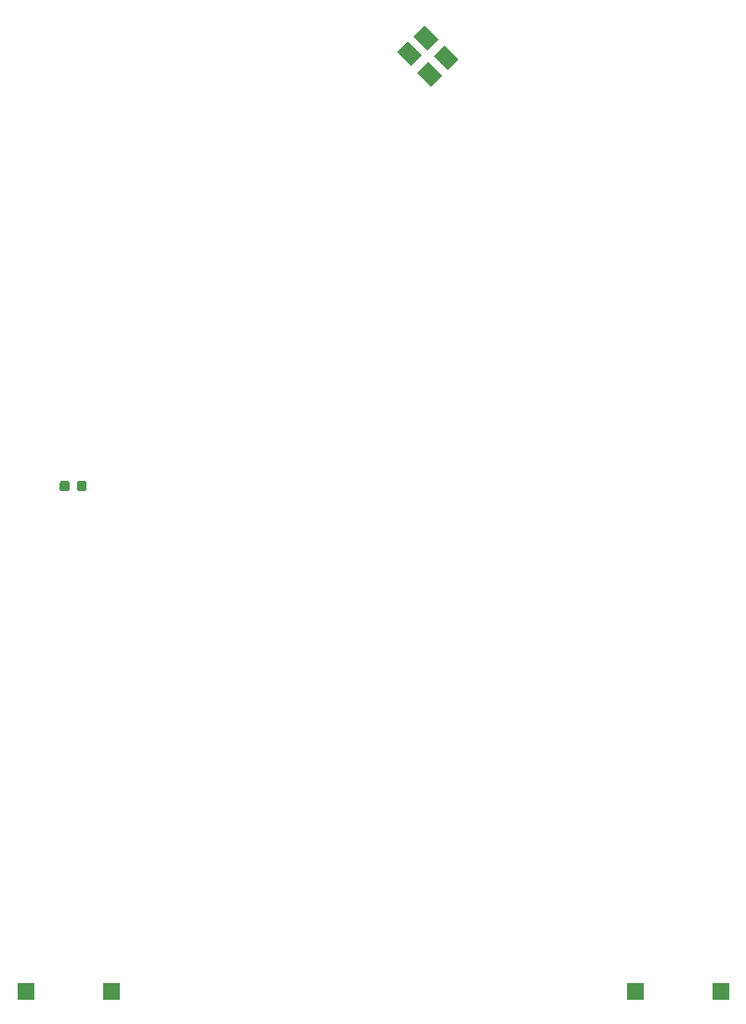
<source format=gbr>
G04 #@! TF.GenerationSoftware,KiCad,Pcbnew,5.1.5*
G04 #@! TF.CreationDate,2020-02-22T18:04:54-06:00*
G04 #@! TF.ProjectId,BSidesIA2020,42536964-6573-4494-9132-3032302e6b69,rev?*
G04 #@! TF.SameCoordinates,Original*
G04 #@! TF.FileFunction,Paste,Top*
G04 #@! TF.FilePolarity,Positive*
%FSLAX46Y46*%
G04 Gerber Fmt 4.6, Leading zero omitted, Abs format (unit mm)*
G04 Created by KiCad (PCBNEW 5.1.5) date 2020-02-22 18:04:54*
%MOMM*%
%LPD*%
G04 APERTURE LIST*
%ADD10C,0.100000*%
%ADD11R,1.500000X1.500000*%
G04 APERTURE END LIST*
D10*
G36*
X151146447Y-32126345D02*
G01*
X150156497Y-33116295D01*
X148883705Y-31843503D01*
X149873655Y-30853553D01*
X151146447Y-32126345D01*
G37*
G36*
X149307969Y-30287867D02*
G01*
X148318019Y-31277817D01*
X147045227Y-30005025D01*
X148035177Y-29015075D01*
X149307969Y-30287867D01*
G37*
G36*
X152631371Y-30641421D02*
G01*
X151641421Y-31631371D01*
X150368629Y-30358579D01*
X151358579Y-29368629D01*
X152631371Y-30641421D01*
G37*
G36*
X150792893Y-28802943D02*
G01*
X149802943Y-29792893D01*
X148530151Y-28520101D01*
X149520101Y-27530151D01*
X150792893Y-28802943D01*
G37*
G36*
X116952691Y-69026053D02*
G01*
X116973926Y-69029203D01*
X116994750Y-69034419D01*
X117014962Y-69041651D01*
X117034368Y-69050830D01*
X117052781Y-69061866D01*
X117070024Y-69074654D01*
X117085930Y-69089070D01*
X117100346Y-69104976D01*
X117113134Y-69122219D01*
X117124170Y-69140632D01*
X117133349Y-69160038D01*
X117140581Y-69180250D01*
X117145797Y-69201074D01*
X117148947Y-69222309D01*
X117150000Y-69243750D01*
X117150000Y-69756250D01*
X117148947Y-69777691D01*
X117145797Y-69798926D01*
X117140581Y-69819750D01*
X117133349Y-69839962D01*
X117124170Y-69859368D01*
X117113134Y-69877781D01*
X117100346Y-69895024D01*
X117085930Y-69910930D01*
X117070024Y-69925346D01*
X117052781Y-69938134D01*
X117034368Y-69949170D01*
X117014962Y-69958349D01*
X116994750Y-69965581D01*
X116973926Y-69970797D01*
X116952691Y-69973947D01*
X116931250Y-69975000D01*
X116493750Y-69975000D01*
X116472309Y-69973947D01*
X116451074Y-69970797D01*
X116430250Y-69965581D01*
X116410038Y-69958349D01*
X116390632Y-69949170D01*
X116372219Y-69938134D01*
X116354976Y-69925346D01*
X116339070Y-69910930D01*
X116324654Y-69895024D01*
X116311866Y-69877781D01*
X116300830Y-69859368D01*
X116291651Y-69839962D01*
X116284419Y-69819750D01*
X116279203Y-69798926D01*
X116276053Y-69777691D01*
X116275000Y-69756250D01*
X116275000Y-69243750D01*
X116276053Y-69222309D01*
X116279203Y-69201074D01*
X116284419Y-69180250D01*
X116291651Y-69160038D01*
X116300830Y-69140632D01*
X116311866Y-69122219D01*
X116324654Y-69104976D01*
X116339070Y-69089070D01*
X116354976Y-69074654D01*
X116372219Y-69061866D01*
X116390632Y-69050830D01*
X116410038Y-69041651D01*
X116430250Y-69034419D01*
X116451074Y-69029203D01*
X116472309Y-69026053D01*
X116493750Y-69025000D01*
X116931250Y-69025000D01*
X116952691Y-69026053D01*
G37*
G36*
X118527691Y-69026053D02*
G01*
X118548926Y-69029203D01*
X118569750Y-69034419D01*
X118589962Y-69041651D01*
X118609368Y-69050830D01*
X118627781Y-69061866D01*
X118645024Y-69074654D01*
X118660930Y-69089070D01*
X118675346Y-69104976D01*
X118688134Y-69122219D01*
X118699170Y-69140632D01*
X118708349Y-69160038D01*
X118715581Y-69180250D01*
X118720797Y-69201074D01*
X118723947Y-69222309D01*
X118725000Y-69243750D01*
X118725000Y-69756250D01*
X118723947Y-69777691D01*
X118720797Y-69798926D01*
X118715581Y-69819750D01*
X118708349Y-69839962D01*
X118699170Y-69859368D01*
X118688134Y-69877781D01*
X118675346Y-69895024D01*
X118660930Y-69910930D01*
X118645024Y-69925346D01*
X118627781Y-69938134D01*
X118609368Y-69949170D01*
X118589962Y-69958349D01*
X118569750Y-69965581D01*
X118548926Y-69970797D01*
X118527691Y-69973947D01*
X118506250Y-69975000D01*
X118068750Y-69975000D01*
X118047309Y-69973947D01*
X118026074Y-69970797D01*
X118005250Y-69965581D01*
X117985038Y-69958349D01*
X117965632Y-69949170D01*
X117947219Y-69938134D01*
X117929976Y-69925346D01*
X117914070Y-69910930D01*
X117899654Y-69895024D01*
X117886866Y-69877781D01*
X117875830Y-69859368D01*
X117866651Y-69839962D01*
X117859419Y-69819750D01*
X117854203Y-69798926D01*
X117851053Y-69777691D01*
X117850000Y-69756250D01*
X117850000Y-69243750D01*
X117851053Y-69222309D01*
X117854203Y-69201074D01*
X117859419Y-69180250D01*
X117866651Y-69160038D01*
X117875830Y-69140632D01*
X117886866Y-69122219D01*
X117899654Y-69104976D01*
X117914070Y-69089070D01*
X117929976Y-69074654D01*
X117947219Y-69061866D01*
X117965632Y-69050830D01*
X117985038Y-69041651D01*
X118005250Y-69034419D01*
X118026074Y-69029203D01*
X118047309Y-69026053D01*
X118068750Y-69025000D01*
X118506250Y-69025000D01*
X118527691Y-69026053D01*
G37*
D11*
X176500001Y-115500000D03*
X168700001Y-115500000D03*
X121000000Y-115500000D03*
X113200000Y-115500000D03*
M02*

</source>
